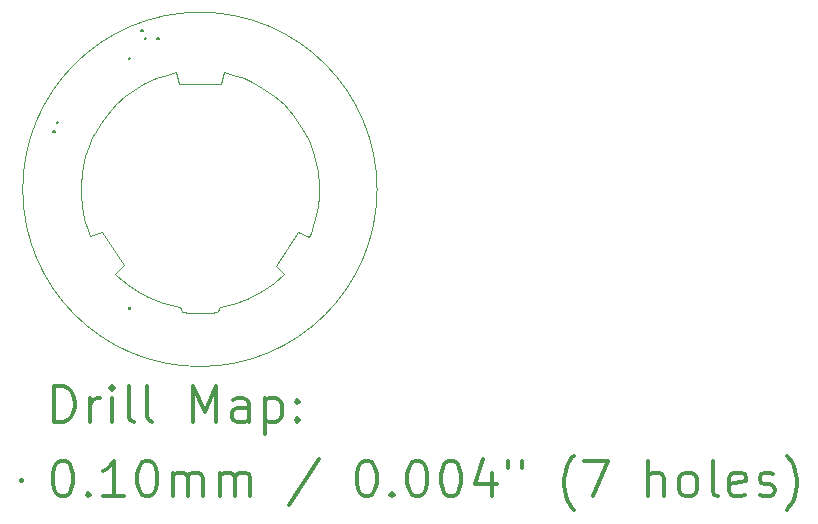
<source format=gbr>
%FSLAX45Y45*%
G04 Gerber Fmt 4.5, Leading zero omitted, Abs format (unit mm)*
G04 Created by KiCad (PCBNEW 0.201503110816+5502~22~ubuntu14.04.1-product) date ថ្ងៃ​អាទិត្យ ថ្ងៃ 29 ខែ មិនា ឆ្នាំ  2015, 13 ម៉ោង m នាទី 20 វិនាទី​*
%MOMM*%
G01*
G04 APERTURE LIST*
%ADD10C,0.127000*%
%ADD11C,0.050000*%
%ADD12C,0.200000*%
%ADD13C,0.300000*%
G04 APERTURE END LIST*
D10*
D11*
X9300000Y-10646000D02*
X9335000Y-10641000D01*
X9064000Y-10641000D02*
X9100000Y-10646000D01*
X9036000Y-10606000D02*
X9037000Y-10610000D01*
X9034000Y-10602000D02*
X9036000Y-10606000D01*
X9030000Y-10598000D02*
X9034000Y-10602000D01*
X9026000Y-10596000D02*
X9030000Y-10598000D01*
X9037000Y-10610000D02*
X9039000Y-10617000D01*
X9060000Y-10640000D02*
X9064000Y-10641000D01*
X9052000Y-10636000D02*
X9060000Y-10640000D01*
X9046000Y-10630000D02*
X9052000Y-10636000D01*
X9042000Y-10624000D02*
X9046000Y-10630000D01*
X9039000Y-10617000D02*
X9042000Y-10624000D01*
X9343000Y-10639000D02*
X9335000Y-10641000D01*
X9351000Y-10634000D02*
X9343000Y-10639000D01*
X9357000Y-10626000D02*
X9351000Y-10634000D01*
X9362000Y-10614000D02*
X9357000Y-10626000D01*
X9378000Y-8707000D02*
X9400000Y-8610000D01*
X9024000Y-8707000D02*
X9378000Y-8707000D01*
X9000000Y-8610000D02*
X9024000Y-8707000D01*
X8368000Y-9957000D02*
X8270000Y-9995000D01*
X8555000Y-10244000D02*
X8368000Y-9957000D01*
X8485000Y-10315000D02*
X8555000Y-10244000D01*
X10033000Y-9957000D02*
X10125000Y-10000000D01*
X9844000Y-10245000D02*
X10033000Y-9957000D01*
X9915000Y-10315000D02*
X9844000Y-10245000D01*
X9375000Y-10596000D02*
X9400000Y-10590000D01*
X9369000Y-10600000D02*
X9375000Y-10596000D01*
X9365000Y-10604000D02*
X9369000Y-10600000D01*
X9362000Y-10612000D02*
X9365000Y-10604000D01*
X9100000Y-10646000D02*
X9300000Y-10646000D01*
X9000000Y-10590000D02*
X9026000Y-10596000D01*
X9915000Y-10315000D02*
X9830000Y-10390000D01*
X10140000Y-9970000D02*
X10125000Y-10000000D01*
X8485000Y-10315000D02*
X8500000Y-10330000D01*
X8260000Y-9970000D02*
X8270000Y-9995000D01*
X9640000Y-8690000D02*
X9570000Y-8660000D01*
X9730000Y-8740000D02*
X9640000Y-8690000D01*
X9830000Y-8810000D02*
X9730000Y-8740000D01*
X9910000Y-8880000D02*
X9830000Y-8810000D01*
X9990000Y-8970000D02*
X9910000Y-8880000D01*
X10060000Y-9070000D02*
X9990000Y-8970000D01*
X10120000Y-9180000D02*
X10060000Y-9070000D01*
X10170000Y-9310000D02*
X10120000Y-9180000D01*
X10200000Y-9450000D02*
X10170000Y-9310000D01*
X10210000Y-9560000D02*
X10200000Y-9450000D01*
X10210000Y-9650000D02*
X10210000Y-9560000D01*
X10200000Y-9750000D02*
X10210000Y-9650000D01*
X10170000Y-9880000D02*
X10200000Y-9750000D01*
X10140000Y-9970000D02*
X10170000Y-9880000D01*
X9730000Y-10460000D02*
X9830000Y-10390000D01*
X9600000Y-10530000D02*
X9730000Y-10460000D01*
X9480000Y-10570000D02*
X9600000Y-10530000D01*
X9400000Y-10590000D02*
X9480000Y-10570000D01*
X8890000Y-10560000D02*
X9000000Y-10590000D01*
X8760000Y-10510000D02*
X8890000Y-10560000D01*
X8670000Y-10460000D02*
X8760000Y-10510000D01*
X8580000Y-10400000D02*
X8670000Y-10460000D01*
X8500000Y-10330000D02*
X8580000Y-10400000D01*
X8220000Y-9850000D02*
X8260000Y-9970000D01*
X8200000Y-9740000D02*
X8220000Y-9850000D01*
X8190000Y-9640000D02*
X8200000Y-9740000D01*
X8190000Y-9560000D02*
X8190000Y-9640000D01*
X8200000Y-9460000D02*
X8190000Y-9560000D01*
X8210000Y-9400000D02*
X8200000Y-9460000D01*
X8230000Y-9320000D02*
X8210000Y-9400000D01*
X8260000Y-9230000D02*
X8230000Y-9320000D01*
X8290000Y-9160000D02*
X8260000Y-9230000D01*
X8310000Y-9120000D02*
X8290000Y-9160000D01*
X8360000Y-9040000D02*
X8310000Y-9120000D01*
X8410000Y-8970000D02*
X8360000Y-9040000D01*
X8490000Y-8880000D02*
X8410000Y-8970000D01*
X8570000Y-8810000D02*
X8490000Y-8880000D01*
X8640000Y-8760000D02*
X8570000Y-8810000D01*
X8720000Y-8710000D02*
X8640000Y-8760000D01*
X8830000Y-8660000D02*
X8720000Y-8710000D01*
X8920000Y-8630000D02*
X8830000Y-8660000D01*
X9000000Y-8610000D02*
X8920000Y-8630000D01*
X9480000Y-8630000D02*
X9400000Y-8610000D01*
X9570000Y-8660000D02*
X9480000Y-8630000D01*
X10700000Y-9600000D02*
G75*
G03X10700000Y-9600000I-1500000J0D01*
G01*
D12*
X7959000Y-9106000D02*
X7969000Y-9116000D01*
X7969000Y-9106000D02*
X7959000Y-9116000D01*
X7992000Y-9027000D02*
X8002000Y-9037000D01*
X8002000Y-9027000D02*
X7992000Y-9037000D01*
X8600000Y-8484000D02*
X8610000Y-8494000D01*
X8610000Y-8484000D02*
X8600000Y-8494000D01*
X8601000Y-10600000D02*
X8611000Y-10610000D01*
X8611000Y-10600000D02*
X8601000Y-10610000D01*
X8705000Y-8252000D02*
X8715000Y-8262000D01*
X8715000Y-8252000D02*
X8705000Y-8262000D01*
X8731000Y-8318000D02*
X8741000Y-8328000D01*
X8741000Y-8318000D02*
X8731000Y-8328000D01*
X8841000Y-8318000D02*
X8851000Y-8328000D01*
X8851000Y-8318000D02*
X8841000Y-8328000D01*
D13*
X7968928Y-11568214D02*
X7968928Y-11268214D01*
X8040357Y-11268214D01*
X8083214Y-11282500D01*
X8111786Y-11311071D01*
X8126071Y-11339643D01*
X8140357Y-11396786D01*
X8140357Y-11439643D01*
X8126071Y-11496786D01*
X8111786Y-11525357D01*
X8083214Y-11553929D01*
X8040357Y-11568214D01*
X7968928Y-11568214D01*
X8268928Y-11568214D02*
X8268928Y-11368214D01*
X8268928Y-11425357D02*
X8283214Y-11396786D01*
X8297500Y-11382500D01*
X8326071Y-11368214D01*
X8354643Y-11368214D01*
X8454643Y-11568214D02*
X8454643Y-11368214D01*
X8454643Y-11268214D02*
X8440357Y-11282500D01*
X8454643Y-11296786D01*
X8468929Y-11282500D01*
X8454643Y-11268214D01*
X8454643Y-11296786D01*
X8640357Y-11568214D02*
X8611786Y-11553929D01*
X8597500Y-11525357D01*
X8597500Y-11268214D01*
X8797500Y-11568214D02*
X8768929Y-11553929D01*
X8754643Y-11525357D01*
X8754643Y-11268214D01*
X9140357Y-11568214D02*
X9140357Y-11268214D01*
X9240357Y-11482500D01*
X9340357Y-11268214D01*
X9340357Y-11568214D01*
X9611786Y-11568214D02*
X9611786Y-11411071D01*
X9597500Y-11382500D01*
X9568929Y-11368214D01*
X9511786Y-11368214D01*
X9483214Y-11382500D01*
X9611786Y-11553929D02*
X9583214Y-11568214D01*
X9511786Y-11568214D01*
X9483214Y-11553929D01*
X9468929Y-11525357D01*
X9468929Y-11496786D01*
X9483214Y-11468214D01*
X9511786Y-11453929D01*
X9583214Y-11453929D01*
X9611786Y-11439643D01*
X9754643Y-11368214D02*
X9754643Y-11668214D01*
X9754643Y-11382500D02*
X9783214Y-11368214D01*
X9840357Y-11368214D01*
X9868929Y-11382500D01*
X9883214Y-11396786D01*
X9897500Y-11425357D01*
X9897500Y-11511071D01*
X9883214Y-11539643D01*
X9868929Y-11553929D01*
X9840357Y-11568214D01*
X9783214Y-11568214D01*
X9754643Y-11553929D01*
X10026071Y-11539643D02*
X10040357Y-11553929D01*
X10026071Y-11568214D01*
X10011786Y-11553929D01*
X10026071Y-11539643D01*
X10026071Y-11568214D01*
X10026071Y-11382500D02*
X10040357Y-11396786D01*
X10026071Y-11411071D01*
X10011786Y-11396786D01*
X10026071Y-11382500D01*
X10026071Y-11411071D01*
X7687500Y-12057500D02*
X7697500Y-12067500D01*
X7697500Y-12057500D02*
X7687500Y-12067500D01*
X8026071Y-11898214D02*
X8054643Y-11898214D01*
X8083214Y-11912500D01*
X8097500Y-11926786D01*
X8111786Y-11955357D01*
X8126071Y-12012500D01*
X8126071Y-12083929D01*
X8111786Y-12141071D01*
X8097500Y-12169643D01*
X8083214Y-12183929D01*
X8054643Y-12198214D01*
X8026071Y-12198214D01*
X7997500Y-12183929D01*
X7983214Y-12169643D01*
X7968928Y-12141071D01*
X7954643Y-12083929D01*
X7954643Y-12012500D01*
X7968928Y-11955357D01*
X7983214Y-11926786D01*
X7997500Y-11912500D01*
X8026071Y-11898214D01*
X8254643Y-12169643D02*
X8268928Y-12183929D01*
X8254643Y-12198214D01*
X8240357Y-12183929D01*
X8254643Y-12169643D01*
X8254643Y-12198214D01*
X8554643Y-12198214D02*
X8383214Y-12198214D01*
X8468928Y-12198214D02*
X8468928Y-11898214D01*
X8440357Y-11941071D01*
X8411786Y-11969643D01*
X8383214Y-11983929D01*
X8740357Y-11898214D02*
X8768929Y-11898214D01*
X8797500Y-11912500D01*
X8811786Y-11926786D01*
X8826071Y-11955357D01*
X8840357Y-12012500D01*
X8840357Y-12083929D01*
X8826071Y-12141071D01*
X8811786Y-12169643D01*
X8797500Y-12183929D01*
X8768929Y-12198214D01*
X8740357Y-12198214D01*
X8711786Y-12183929D01*
X8697500Y-12169643D01*
X8683214Y-12141071D01*
X8668929Y-12083929D01*
X8668929Y-12012500D01*
X8683214Y-11955357D01*
X8697500Y-11926786D01*
X8711786Y-11912500D01*
X8740357Y-11898214D01*
X8968929Y-12198214D02*
X8968929Y-11998214D01*
X8968929Y-12026786D02*
X8983214Y-12012500D01*
X9011786Y-11998214D01*
X9054643Y-11998214D01*
X9083214Y-12012500D01*
X9097500Y-12041071D01*
X9097500Y-12198214D01*
X9097500Y-12041071D02*
X9111786Y-12012500D01*
X9140357Y-11998214D01*
X9183214Y-11998214D01*
X9211786Y-12012500D01*
X9226071Y-12041071D01*
X9226071Y-12198214D01*
X9368929Y-12198214D02*
X9368929Y-11998214D01*
X9368929Y-12026786D02*
X9383214Y-12012500D01*
X9411786Y-11998214D01*
X9454643Y-11998214D01*
X9483214Y-12012500D01*
X9497500Y-12041071D01*
X9497500Y-12198214D01*
X9497500Y-12041071D02*
X9511786Y-12012500D01*
X9540357Y-11998214D01*
X9583214Y-11998214D01*
X9611786Y-12012500D01*
X9626071Y-12041071D01*
X9626071Y-12198214D01*
X10211786Y-11883929D02*
X9954643Y-12269643D01*
X10597500Y-11898214D02*
X10626071Y-11898214D01*
X10654643Y-11912500D01*
X10668928Y-11926786D01*
X10683214Y-11955357D01*
X10697500Y-12012500D01*
X10697500Y-12083929D01*
X10683214Y-12141071D01*
X10668928Y-12169643D01*
X10654643Y-12183929D01*
X10626071Y-12198214D01*
X10597500Y-12198214D01*
X10568928Y-12183929D01*
X10554643Y-12169643D01*
X10540357Y-12141071D01*
X10526071Y-12083929D01*
X10526071Y-12012500D01*
X10540357Y-11955357D01*
X10554643Y-11926786D01*
X10568928Y-11912500D01*
X10597500Y-11898214D01*
X10826071Y-12169643D02*
X10840357Y-12183929D01*
X10826071Y-12198214D01*
X10811786Y-12183929D01*
X10826071Y-12169643D01*
X10826071Y-12198214D01*
X11026071Y-11898214D02*
X11054643Y-11898214D01*
X11083214Y-11912500D01*
X11097500Y-11926786D01*
X11111786Y-11955357D01*
X11126071Y-12012500D01*
X11126071Y-12083929D01*
X11111786Y-12141071D01*
X11097500Y-12169643D01*
X11083214Y-12183929D01*
X11054643Y-12198214D01*
X11026071Y-12198214D01*
X10997500Y-12183929D01*
X10983214Y-12169643D01*
X10968928Y-12141071D01*
X10954643Y-12083929D01*
X10954643Y-12012500D01*
X10968928Y-11955357D01*
X10983214Y-11926786D01*
X10997500Y-11912500D01*
X11026071Y-11898214D01*
X11311785Y-11898214D02*
X11340357Y-11898214D01*
X11368928Y-11912500D01*
X11383214Y-11926786D01*
X11397500Y-11955357D01*
X11411785Y-12012500D01*
X11411785Y-12083929D01*
X11397500Y-12141071D01*
X11383214Y-12169643D01*
X11368928Y-12183929D01*
X11340357Y-12198214D01*
X11311785Y-12198214D01*
X11283214Y-12183929D01*
X11268928Y-12169643D01*
X11254643Y-12141071D01*
X11240357Y-12083929D01*
X11240357Y-12012500D01*
X11254643Y-11955357D01*
X11268928Y-11926786D01*
X11283214Y-11912500D01*
X11311785Y-11898214D01*
X11668928Y-11998214D02*
X11668928Y-12198214D01*
X11597500Y-11883929D02*
X11526071Y-12098214D01*
X11711785Y-12098214D01*
X11811786Y-11898214D02*
X11811786Y-11955357D01*
X11926071Y-11898214D02*
X11926071Y-11955357D01*
X12368928Y-12312500D02*
X12354643Y-12298214D01*
X12326071Y-12255357D01*
X12311785Y-12226786D01*
X12297500Y-12183929D01*
X12283214Y-12112500D01*
X12283214Y-12055357D01*
X12297500Y-11983929D01*
X12311785Y-11941071D01*
X12326071Y-11912500D01*
X12354643Y-11869643D01*
X12368928Y-11855357D01*
X12454643Y-11898214D02*
X12654643Y-11898214D01*
X12526071Y-12198214D01*
X12997500Y-12198214D02*
X12997500Y-11898214D01*
X13126071Y-12198214D02*
X13126071Y-12041071D01*
X13111785Y-12012500D01*
X13083214Y-11998214D01*
X13040357Y-11998214D01*
X13011785Y-12012500D01*
X12997500Y-12026786D01*
X13311785Y-12198214D02*
X13283214Y-12183929D01*
X13268928Y-12169643D01*
X13254643Y-12141071D01*
X13254643Y-12055357D01*
X13268928Y-12026786D01*
X13283214Y-12012500D01*
X13311785Y-11998214D01*
X13354643Y-11998214D01*
X13383214Y-12012500D01*
X13397500Y-12026786D01*
X13411785Y-12055357D01*
X13411785Y-12141071D01*
X13397500Y-12169643D01*
X13383214Y-12183929D01*
X13354643Y-12198214D01*
X13311785Y-12198214D01*
X13583214Y-12198214D02*
X13554643Y-12183929D01*
X13540357Y-12155357D01*
X13540357Y-11898214D01*
X13811786Y-12183929D02*
X13783214Y-12198214D01*
X13726071Y-12198214D01*
X13697500Y-12183929D01*
X13683214Y-12155357D01*
X13683214Y-12041071D01*
X13697500Y-12012500D01*
X13726071Y-11998214D01*
X13783214Y-11998214D01*
X13811786Y-12012500D01*
X13826071Y-12041071D01*
X13826071Y-12069643D01*
X13683214Y-12098214D01*
X13940357Y-12183929D02*
X13968928Y-12198214D01*
X14026071Y-12198214D01*
X14054643Y-12183929D01*
X14068928Y-12155357D01*
X14068928Y-12141071D01*
X14054643Y-12112500D01*
X14026071Y-12098214D01*
X13983214Y-12098214D01*
X13954643Y-12083929D01*
X13940357Y-12055357D01*
X13940357Y-12041071D01*
X13954643Y-12012500D01*
X13983214Y-11998214D01*
X14026071Y-11998214D01*
X14054643Y-12012500D01*
X14168928Y-12312500D02*
X14183214Y-12298214D01*
X14211786Y-12255357D01*
X14226071Y-12226786D01*
X14240357Y-12183929D01*
X14254643Y-12112500D01*
X14254643Y-12055357D01*
X14240357Y-11983929D01*
X14226071Y-11941071D01*
X14211786Y-11912500D01*
X14183214Y-11869643D01*
X14168928Y-11855357D01*
M02*

</source>
